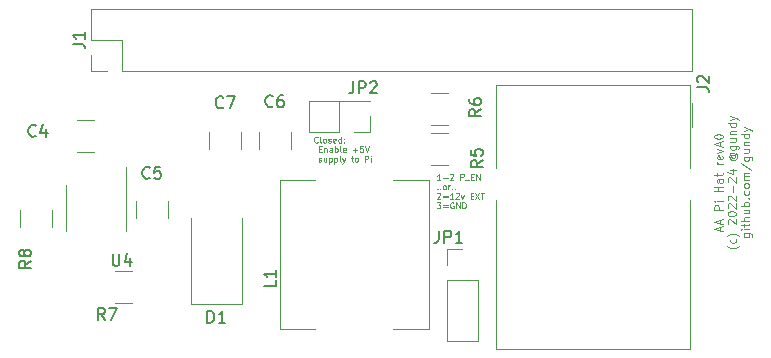
<source format=gbr>
%TF.GenerationSoftware,KiCad,Pcbnew,(6.0.5-0)*%
%TF.CreationDate,2024-08-31T12:48:39+10:00*%
%TF.ProjectId,AAPiHat,41415069-4861-4742-9e6b-696361645f70,rev?*%
%TF.SameCoordinates,Original*%
%TF.FileFunction,Legend,Top*%
%TF.FilePolarity,Positive*%
%FSLAX46Y46*%
G04 Gerber Fmt 4.6, Leading zero omitted, Abs format (unit mm)*
G04 Created by KiCad (PCBNEW (6.0.5-0)) date 2024-08-31 12:48:39*
%MOMM*%
%LPD*%
G01*
G04 APERTURE LIST*
%ADD10C,0.100000*%
%ADD11C,0.150000*%
%ADD12C,0.120000*%
G04 APERTURE END LIST*
D10*
X84138952Y-94141690D02*
X83853238Y-94141690D01*
X83996095Y-94141690D02*
X83996095Y-93641690D01*
X83948476Y-93713119D01*
X83900857Y-93760738D01*
X83853238Y-93784547D01*
X84353238Y-93951214D02*
X84734190Y-93951214D01*
X84948476Y-93689309D02*
X84972285Y-93665500D01*
X85019904Y-93641690D01*
X85138952Y-93641690D01*
X85186571Y-93665500D01*
X85210380Y-93689309D01*
X85234190Y-93736928D01*
X85234190Y-93784547D01*
X85210380Y-93855976D01*
X84924666Y-94141690D01*
X85234190Y-94141690D01*
X85829428Y-94141690D02*
X85829428Y-93641690D01*
X86019904Y-93641690D01*
X86067523Y-93665500D01*
X86091333Y-93689309D01*
X86115142Y-93736928D01*
X86115142Y-93808357D01*
X86091333Y-93855976D01*
X86067523Y-93879785D01*
X86019904Y-93903595D01*
X85829428Y-93903595D01*
X86210380Y-94189309D02*
X86591333Y-94189309D01*
X86710380Y-93879785D02*
X86877047Y-93879785D01*
X86948476Y-94141690D02*
X86710380Y-94141690D01*
X86710380Y-93641690D01*
X86948476Y-93641690D01*
X87162761Y-94141690D02*
X87162761Y-93641690D01*
X87448476Y-94141690D01*
X87448476Y-93641690D01*
X83877047Y-94899071D02*
X83900857Y-94922880D01*
X83877047Y-94946690D01*
X83853238Y-94922880D01*
X83877047Y-94899071D01*
X83877047Y-94946690D01*
X84115142Y-94899071D02*
X84138952Y-94922880D01*
X84115142Y-94946690D01*
X84091333Y-94922880D01*
X84115142Y-94899071D01*
X84115142Y-94946690D01*
X84424666Y-94946690D02*
X84377047Y-94922880D01*
X84353238Y-94899071D01*
X84329428Y-94851452D01*
X84329428Y-94708595D01*
X84353238Y-94660976D01*
X84377047Y-94637166D01*
X84424666Y-94613357D01*
X84496095Y-94613357D01*
X84543714Y-94637166D01*
X84567523Y-94660976D01*
X84591333Y-94708595D01*
X84591333Y-94851452D01*
X84567523Y-94899071D01*
X84543714Y-94922880D01*
X84496095Y-94946690D01*
X84424666Y-94946690D01*
X84805619Y-94946690D02*
X84805619Y-94613357D01*
X84805619Y-94708595D02*
X84829428Y-94660976D01*
X84853238Y-94637166D01*
X84900857Y-94613357D01*
X84948476Y-94613357D01*
X85115142Y-94899071D02*
X85138952Y-94922880D01*
X85115142Y-94946690D01*
X85091333Y-94922880D01*
X85115142Y-94899071D01*
X85115142Y-94946690D01*
X85353238Y-94899071D02*
X85377047Y-94922880D01*
X85353238Y-94946690D01*
X85329428Y-94922880D01*
X85353238Y-94899071D01*
X85353238Y-94946690D01*
X83853238Y-95299309D02*
X83877047Y-95275500D01*
X83924666Y-95251690D01*
X84043714Y-95251690D01*
X84091333Y-95275500D01*
X84115142Y-95299309D01*
X84138952Y-95346928D01*
X84138952Y-95394547D01*
X84115142Y-95465976D01*
X83829428Y-95751690D01*
X84138952Y-95751690D01*
X84353238Y-95489785D02*
X84734190Y-95489785D01*
X84734190Y-95632642D02*
X84353238Y-95632642D01*
X85234190Y-95751690D02*
X84948476Y-95751690D01*
X85091333Y-95751690D02*
X85091333Y-95251690D01*
X85043714Y-95323119D01*
X84996095Y-95370738D01*
X84948476Y-95394547D01*
X85424666Y-95299309D02*
X85448476Y-95275500D01*
X85496095Y-95251690D01*
X85615142Y-95251690D01*
X85662761Y-95275500D01*
X85686571Y-95299309D01*
X85710380Y-95346928D01*
X85710380Y-95394547D01*
X85686571Y-95465976D01*
X85400857Y-95751690D01*
X85710380Y-95751690D01*
X85877047Y-95418357D02*
X85996095Y-95751690D01*
X86115142Y-95418357D01*
X86686571Y-95489785D02*
X86853238Y-95489785D01*
X86924666Y-95751690D02*
X86686571Y-95751690D01*
X86686571Y-95251690D01*
X86924666Y-95251690D01*
X87091333Y-95251690D02*
X87424666Y-95751690D01*
X87424666Y-95251690D02*
X87091333Y-95751690D01*
X87543714Y-95251690D02*
X87829428Y-95251690D01*
X87686571Y-95751690D02*
X87686571Y-95251690D01*
X83829428Y-96056690D02*
X84138952Y-96056690D01*
X83972285Y-96247166D01*
X84043714Y-96247166D01*
X84091333Y-96270976D01*
X84115142Y-96294785D01*
X84138952Y-96342404D01*
X84138952Y-96461452D01*
X84115142Y-96509071D01*
X84091333Y-96532880D01*
X84043714Y-96556690D01*
X83900857Y-96556690D01*
X83853238Y-96532880D01*
X83829428Y-96509071D01*
X84353238Y-96294785D02*
X84734190Y-96294785D01*
X84734190Y-96437642D02*
X84353238Y-96437642D01*
X85234190Y-96080500D02*
X85186571Y-96056690D01*
X85115142Y-96056690D01*
X85043714Y-96080500D01*
X84996095Y-96128119D01*
X84972285Y-96175738D01*
X84948476Y-96270976D01*
X84948476Y-96342404D01*
X84972285Y-96437642D01*
X84996095Y-96485261D01*
X85043714Y-96532880D01*
X85115142Y-96556690D01*
X85162761Y-96556690D01*
X85234190Y-96532880D01*
X85258000Y-96509071D01*
X85258000Y-96342404D01*
X85162761Y-96342404D01*
X85472285Y-96556690D02*
X85472285Y-96056690D01*
X85758000Y-96556690D01*
X85758000Y-96056690D01*
X85996095Y-96556690D02*
X85996095Y-96056690D01*
X86115142Y-96056690D01*
X86186571Y-96080500D01*
X86234190Y-96128119D01*
X86258000Y-96175738D01*
X86281809Y-96270976D01*
X86281809Y-96342404D01*
X86258000Y-96437642D01*
X86234190Y-96485261D01*
X86186571Y-96532880D01*
X86115142Y-96556690D01*
X85996095Y-96556690D01*
X73748761Y-90940571D02*
X73724952Y-90964380D01*
X73653523Y-90988190D01*
X73605904Y-90988190D01*
X73534476Y-90964380D01*
X73486857Y-90916761D01*
X73463047Y-90869142D01*
X73439238Y-90773904D01*
X73439238Y-90702476D01*
X73463047Y-90607238D01*
X73486857Y-90559619D01*
X73534476Y-90512000D01*
X73605904Y-90488190D01*
X73653523Y-90488190D01*
X73724952Y-90512000D01*
X73748761Y-90535809D01*
X74034476Y-90988190D02*
X73986857Y-90964380D01*
X73963047Y-90916761D01*
X73963047Y-90488190D01*
X74296380Y-90988190D02*
X74248761Y-90964380D01*
X74224952Y-90940571D01*
X74201142Y-90892952D01*
X74201142Y-90750095D01*
X74224952Y-90702476D01*
X74248761Y-90678666D01*
X74296380Y-90654857D01*
X74367809Y-90654857D01*
X74415428Y-90678666D01*
X74439238Y-90702476D01*
X74463047Y-90750095D01*
X74463047Y-90892952D01*
X74439238Y-90940571D01*
X74415428Y-90964380D01*
X74367809Y-90988190D01*
X74296380Y-90988190D01*
X74653523Y-90964380D02*
X74701142Y-90988190D01*
X74796380Y-90988190D01*
X74844000Y-90964380D01*
X74867809Y-90916761D01*
X74867809Y-90892952D01*
X74844000Y-90845333D01*
X74796380Y-90821523D01*
X74724952Y-90821523D01*
X74677333Y-90797714D01*
X74653523Y-90750095D01*
X74653523Y-90726285D01*
X74677333Y-90678666D01*
X74724952Y-90654857D01*
X74796380Y-90654857D01*
X74844000Y-90678666D01*
X75272571Y-90964380D02*
X75224952Y-90988190D01*
X75129714Y-90988190D01*
X75082095Y-90964380D01*
X75058285Y-90916761D01*
X75058285Y-90726285D01*
X75082095Y-90678666D01*
X75129714Y-90654857D01*
X75224952Y-90654857D01*
X75272571Y-90678666D01*
X75296380Y-90726285D01*
X75296380Y-90773904D01*
X75058285Y-90821523D01*
X75724952Y-90988190D02*
X75724952Y-90488190D01*
X75724952Y-90964380D02*
X75677333Y-90988190D01*
X75582095Y-90988190D01*
X75534476Y-90964380D01*
X75510666Y-90940571D01*
X75486857Y-90892952D01*
X75486857Y-90750095D01*
X75510666Y-90702476D01*
X75534476Y-90678666D01*
X75582095Y-90654857D01*
X75677333Y-90654857D01*
X75724952Y-90678666D01*
X75963047Y-90940571D02*
X75986857Y-90964380D01*
X75963047Y-90988190D01*
X75939238Y-90964380D01*
X75963047Y-90940571D01*
X75963047Y-90988190D01*
X75963047Y-90678666D02*
X75986857Y-90702476D01*
X75963047Y-90726285D01*
X75939238Y-90702476D01*
X75963047Y-90678666D01*
X75963047Y-90726285D01*
X73844000Y-91531285D02*
X74010666Y-91531285D01*
X74082095Y-91793190D02*
X73844000Y-91793190D01*
X73844000Y-91293190D01*
X74082095Y-91293190D01*
X74296380Y-91459857D02*
X74296380Y-91793190D01*
X74296380Y-91507476D02*
X74320190Y-91483666D01*
X74367809Y-91459857D01*
X74439238Y-91459857D01*
X74486857Y-91483666D01*
X74510666Y-91531285D01*
X74510666Y-91793190D01*
X74963047Y-91793190D02*
X74963047Y-91531285D01*
X74939238Y-91483666D01*
X74891619Y-91459857D01*
X74796380Y-91459857D01*
X74748761Y-91483666D01*
X74963047Y-91769380D02*
X74915428Y-91793190D01*
X74796380Y-91793190D01*
X74748761Y-91769380D01*
X74724952Y-91721761D01*
X74724952Y-91674142D01*
X74748761Y-91626523D01*
X74796380Y-91602714D01*
X74915428Y-91602714D01*
X74963047Y-91578904D01*
X75201142Y-91793190D02*
X75201142Y-91293190D01*
X75201142Y-91483666D02*
X75248761Y-91459857D01*
X75344000Y-91459857D01*
X75391619Y-91483666D01*
X75415428Y-91507476D01*
X75439238Y-91555095D01*
X75439238Y-91697952D01*
X75415428Y-91745571D01*
X75391619Y-91769380D01*
X75344000Y-91793190D01*
X75248761Y-91793190D01*
X75201142Y-91769380D01*
X75724952Y-91793190D02*
X75677333Y-91769380D01*
X75653523Y-91721761D01*
X75653523Y-91293190D01*
X76105904Y-91769380D02*
X76058285Y-91793190D01*
X75963047Y-91793190D01*
X75915428Y-91769380D01*
X75891619Y-91721761D01*
X75891619Y-91531285D01*
X75915428Y-91483666D01*
X75963047Y-91459857D01*
X76058285Y-91459857D01*
X76105904Y-91483666D01*
X76129714Y-91531285D01*
X76129714Y-91578904D01*
X75891619Y-91626523D01*
X76724952Y-91602714D02*
X77105904Y-91602714D01*
X76915428Y-91793190D02*
X76915428Y-91412238D01*
X77582095Y-91293190D02*
X77344000Y-91293190D01*
X77320190Y-91531285D01*
X77344000Y-91507476D01*
X77391619Y-91483666D01*
X77510666Y-91483666D01*
X77558285Y-91507476D01*
X77582095Y-91531285D01*
X77605904Y-91578904D01*
X77605904Y-91697952D01*
X77582095Y-91745571D01*
X77558285Y-91769380D01*
X77510666Y-91793190D01*
X77391619Y-91793190D01*
X77344000Y-91769380D01*
X77320190Y-91745571D01*
X77748761Y-91293190D02*
X77915428Y-91793190D01*
X78082095Y-91293190D01*
X73820190Y-92574380D02*
X73867809Y-92598190D01*
X73963047Y-92598190D01*
X74010666Y-92574380D01*
X74034476Y-92526761D01*
X74034476Y-92502952D01*
X74010666Y-92455333D01*
X73963047Y-92431523D01*
X73891619Y-92431523D01*
X73844000Y-92407714D01*
X73820190Y-92360095D01*
X73820190Y-92336285D01*
X73844000Y-92288666D01*
X73891619Y-92264857D01*
X73963047Y-92264857D01*
X74010666Y-92288666D01*
X74463047Y-92264857D02*
X74463047Y-92598190D01*
X74248761Y-92264857D02*
X74248761Y-92526761D01*
X74272571Y-92574380D01*
X74320190Y-92598190D01*
X74391619Y-92598190D01*
X74439238Y-92574380D01*
X74463047Y-92550571D01*
X74701142Y-92264857D02*
X74701142Y-92764857D01*
X74701142Y-92288666D02*
X74748761Y-92264857D01*
X74844000Y-92264857D01*
X74891619Y-92288666D01*
X74915428Y-92312476D01*
X74939238Y-92360095D01*
X74939238Y-92502952D01*
X74915428Y-92550571D01*
X74891619Y-92574380D01*
X74844000Y-92598190D01*
X74748761Y-92598190D01*
X74701142Y-92574380D01*
X75153523Y-92264857D02*
X75153523Y-92764857D01*
X75153523Y-92288666D02*
X75201142Y-92264857D01*
X75296380Y-92264857D01*
X75344000Y-92288666D01*
X75367809Y-92312476D01*
X75391619Y-92360095D01*
X75391619Y-92502952D01*
X75367809Y-92550571D01*
X75344000Y-92574380D01*
X75296380Y-92598190D01*
X75201142Y-92598190D01*
X75153523Y-92574380D01*
X75677333Y-92598190D02*
X75629714Y-92574380D01*
X75605904Y-92526761D01*
X75605904Y-92098190D01*
X75820190Y-92264857D02*
X75939238Y-92598190D01*
X76058285Y-92264857D02*
X75939238Y-92598190D01*
X75891619Y-92717238D01*
X75867809Y-92741047D01*
X75820190Y-92764857D01*
X76558285Y-92264857D02*
X76748761Y-92264857D01*
X76629714Y-92098190D02*
X76629714Y-92526761D01*
X76653523Y-92574380D01*
X76701142Y-92598190D01*
X76748761Y-92598190D01*
X76986857Y-92598190D02*
X76939238Y-92574380D01*
X76915428Y-92550571D01*
X76891619Y-92502952D01*
X76891619Y-92360095D01*
X76915428Y-92312476D01*
X76939238Y-92288666D01*
X76986857Y-92264857D01*
X77058285Y-92264857D01*
X77105904Y-92288666D01*
X77129714Y-92312476D01*
X77153523Y-92360095D01*
X77153523Y-92502952D01*
X77129714Y-92550571D01*
X77105904Y-92574380D01*
X77058285Y-92598190D01*
X76986857Y-92598190D01*
X77748761Y-92598190D02*
X77748761Y-92098190D01*
X77939238Y-92098190D01*
X77986857Y-92122000D01*
X78010666Y-92145809D01*
X78034476Y-92193428D01*
X78034476Y-92264857D01*
X78010666Y-92312476D01*
X77986857Y-92336285D01*
X77939238Y-92360095D01*
X77748761Y-92360095D01*
X78248761Y-92598190D02*
X78248761Y-92264857D01*
X78248761Y-92098190D02*
X78224952Y-92122000D01*
X78248761Y-92145809D01*
X78272571Y-92122000D01*
X78248761Y-92098190D01*
X78248761Y-92145809D01*
X107828666Y-98444333D02*
X107828666Y-98111000D01*
X108028666Y-98511000D02*
X107328666Y-98277666D01*
X108028666Y-98044333D01*
X107828666Y-97844333D02*
X107828666Y-97511000D01*
X108028666Y-97911000D02*
X107328666Y-97677666D01*
X108028666Y-97444333D01*
X108028666Y-96677666D02*
X107328666Y-96677666D01*
X107328666Y-96411000D01*
X107362000Y-96344333D01*
X107395333Y-96311000D01*
X107462000Y-96277666D01*
X107562000Y-96277666D01*
X107628666Y-96311000D01*
X107662000Y-96344333D01*
X107695333Y-96411000D01*
X107695333Y-96677666D01*
X108028666Y-95977666D02*
X107562000Y-95977666D01*
X107328666Y-95977666D02*
X107362000Y-96011000D01*
X107395333Y-95977666D01*
X107362000Y-95944333D01*
X107328666Y-95977666D01*
X107395333Y-95977666D01*
X108028666Y-95111000D02*
X107328666Y-95111000D01*
X107662000Y-95111000D02*
X107662000Y-94711000D01*
X108028666Y-94711000D02*
X107328666Y-94711000D01*
X108028666Y-94077666D02*
X107662000Y-94077666D01*
X107595333Y-94111000D01*
X107562000Y-94177666D01*
X107562000Y-94311000D01*
X107595333Y-94377666D01*
X107995333Y-94077666D02*
X108028666Y-94144333D01*
X108028666Y-94311000D01*
X107995333Y-94377666D01*
X107928666Y-94411000D01*
X107862000Y-94411000D01*
X107795333Y-94377666D01*
X107762000Y-94311000D01*
X107762000Y-94144333D01*
X107728666Y-94077666D01*
X107562000Y-93844333D02*
X107562000Y-93577666D01*
X107328666Y-93744333D02*
X107928666Y-93744333D01*
X107995333Y-93711000D01*
X108028666Y-93644333D01*
X108028666Y-93577666D01*
X108028666Y-92811000D02*
X107562000Y-92811000D01*
X107695333Y-92811000D02*
X107628666Y-92777666D01*
X107595333Y-92744333D01*
X107562000Y-92677666D01*
X107562000Y-92611000D01*
X107995333Y-92111000D02*
X108028666Y-92177666D01*
X108028666Y-92311000D01*
X107995333Y-92377666D01*
X107928666Y-92411000D01*
X107662000Y-92411000D01*
X107595333Y-92377666D01*
X107562000Y-92311000D01*
X107562000Y-92177666D01*
X107595333Y-92111000D01*
X107662000Y-92077666D01*
X107728666Y-92077666D01*
X107795333Y-92411000D01*
X107562000Y-91844333D02*
X108028666Y-91677666D01*
X107562000Y-91511000D01*
X107828666Y-91277666D02*
X107828666Y-90944333D01*
X108028666Y-91344333D02*
X107328666Y-91111000D01*
X108028666Y-90877666D01*
X107328666Y-90511000D02*
X107328666Y-90444333D01*
X107362000Y-90377666D01*
X107395333Y-90344333D01*
X107462000Y-90311000D01*
X107595333Y-90277666D01*
X107762000Y-90277666D01*
X107895333Y-90311000D01*
X107962000Y-90344333D01*
X107995333Y-90377666D01*
X108028666Y-90444333D01*
X108028666Y-90511000D01*
X107995333Y-90577666D01*
X107962000Y-90611000D01*
X107895333Y-90644333D01*
X107762000Y-90677666D01*
X107595333Y-90677666D01*
X107462000Y-90644333D01*
X107395333Y-90611000D01*
X107362000Y-90577666D01*
X107328666Y-90511000D01*
X109422333Y-99711000D02*
X109389000Y-99744333D01*
X109289000Y-99811000D01*
X109222333Y-99844333D01*
X109122333Y-99877666D01*
X108955666Y-99911000D01*
X108822333Y-99911000D01*
X108655666Y-99877666D01*
X108555666Y-99844333D01*
X108489000Y-99811000D01*
X108389000Y-99744333D01*
X108355666Y-99711000D01*
X109122333Y-99144333D02*
X109155666Y-99211000D01*
X109155666Y-99344333D01*
X109122333Y-99411000D01*
X109089000Y-99444333D01*
X109022333Y-99477666D01*
X108822333Y-99477666D01*
X108755666Y-99444333D01*
X108722333Y-99411000D01*
X108689000Y-99344333D01*
X108689000Y-99211000D01*
X108722333Y-99144333D01*
X109422333Y-98911000D02*
X109389000Y-98877666D01*
X109289000Y-98811000D01*
X109222333Y-98777666D01*
X109122333Y-98744333D01*
X108955666Y-98711000D01*
X108822333Y-98711000D01*
X108655666Y-98744333D01*
X108555666Y-98777666D01*
X108489000Y-98811000D01*
X108389000Y-98877666D01*
X108355666Y-98911000D01*
X108522333Y-97877666D02*
X108489000Y-97844333D01*
X108455666Y-97777666D01*
X108455666Y-97611000D01*
X108489000Y-97544333D01*
X108522333Y-97511000D01*
X108589000Y-97477666D01*
X108655666Y-97477666D01*
X108755666Y-97511000D01*
X109155666Y-97911000D01*
X109155666Y-97477666D01*
X108455666Y-97044333D02*
X108455666Y-96977666D01*
X108489000Y-96911000D01*
X108522333Y-96877666D01*
X108589000Y-96844333D01*
X108722333Y-96811000D01*
X108889000Y-96811000D01*
X109022333Y-96844333D01*
X109089000Y-96877666D01*
X109122333Y-96911000D01*
X109155666Y-96977666D01*
X109155666Y-97044333D01*
X109122333Y-97111000D01*
X109089000Y-97144333D01*
X109022333Y-97177666D01*
X108889000Y-97211000D01*
X108722333Y-97211000D01*
X108589000Y-97177666D01*
X108522333Y-97144333D01*
X108489000Y-97111000D01*
X108455666Y-97044333D01*
X108522333Y-96544333D02*
X108489000Y-96511000D01*
X108455666Y-96444333D01*
X108455666Y-96277666D01*
X108489000Y-96211000D01*
X108522333Y-96177666D01*
X108589000Y-96144333D01*
X108655666Y-96144333D01*
X108755666Y-96177666D01*
X109155666Y-96577666D01*
X109155666Y-96144333D01*
X108522333Y-95877666D02*
X108489000Y-95844333D01*
X108455666Y-95777666D01*
X108455666Y-95611000D01*
X108489000Y-95544333D01*
X108522333Y-95511000D01*
X108589000Y-95477666D01*
X108655666Y-95477666D01*
X108755666Y-95511000D01*
X109155666Y-95911000D01*
X109155666Y-95477666D01*
X108889000Y-95177666D02*
X108889000Y-94644333D01*
X108522333Y-94344333D02*
X108489000Y-94311000D01*
X108455666Y-94244333D01*
X108455666Y-94077666D01*
X108489000Y-94011000D01*
X108522333Y-93977666D01*
X108589000Y-93944333D01*
X108655666Y-93944333D01*
X108755666Y-93977666D01*
X109155666Y-94377666D01*
X109155666Y-93944333D01*
X108689000Y-93344333D02*
X109155666Y-93344333D01*
X108422333Y-93511000D02*
X108922333Y-93677666D01*
X108922333Y-93244333D01*
X108822333Y-92011000D02*
X108789000Y-92044333D01*
X108755666Y-92111000D01*
X108755666Y-92177666D01*
X108789000Y-92244333D01*
X108822333Y-92277666D01*
X108889000Y-92311000D01*
X108955666Y-92311000D01*
X109022333Y-92277666D01*
X109055666Y-92244333D01*
X109089000Y-92177666D01*
X109089000Y-92111000D01*
X109055666Y-92044333D01*
X109022333Y-92011000D01*
X108755666Y-92011000D02*
X109022333Y-92011000D01*
X109055666Y-91977666D01*
X109055666Y-91944333D01*
X109022333Y-91877666D01*
X108955666Y-91844333D01*
X108789000Y-91844333D01*
X108689000Y-91911000D01*
X108622333Y-92011000D01*
X108589000Y-92144333D01*
X108622333Y-92277666D01*
X108689000Y-92377666D01*
X108789000Y-92444333D01*
X108922333Y-92477666D01*
X109055666Y-92444333D01*
X109155666Y-92377666D01*
X109222333Y-92277666D01*
X109255666Y-92144333D01*
X109222333Y-92011000D01*
X109155666Y-91911000D01*
X108689000Y-91244333D02*
X109255666Y-91244333D01*
X109322333Y-91277666D01*
X109355666Y-91311000D01*
X109389000Y-91377666D01*
X109389000Y-91477666D01*
X109355666Y-91544333D01*
X109122333Y-91244333D02*
X109155666Y-91311000D01*
X109155666Y-91444333D01*
X109122333Y-91511000D01*
X109089000Y-91544333D01*
X109022333Y-91577666D01*
X108822333Y-91577666D01*
X108755666Y-91544333D01*
X108722333Y-91511000D01*
X108689000Y-91444333D01*
X108689000Y-91311000D01*
X108722333Y-91244333D01*
X108689000Y-90611000D02*
X109155666Y-90611000D01*
X108689000Y-90911000D02*
X109055666Y-90911000D01*
X109122333Y-90877666D01*
X109155666Y-90811000D01*
X109155666Y-90711000D01*
X109122333Y-90644333D01*
X109089000Y-90611000D01*
X108689000Y-90277666D02*
X109155666Y-90277666D01*
X108755666Y-90277666D02*
X108722333Y-90244333D01*
X108689000Y-90177666D01*
X108689000Y-90077666D01*
X108722333Y-90011000D01*
X108789000Y-89977666D01*
X109155666Y-89977666D01*
X109155666Y-89344333D02*
X108455666Y-89344333D01*
X109122333Y-89344333D02*
X109155666Y-89411000D01*
X109155666Y-89544333D01*
X109122333Y-89611000D01*
X109089000Y-89644333D01*
X109022333Y-89677666D01*
X108822333Y-89677666D01*
X108755666Y-89644333D01*
X108722333Y-89611000D01*
X108689000Y-89544333D01*
X108689000Y-89411000D01*
X108722333Y-89344333D01*
X108689000Y-89077666D02*
X109155666Y-88911000D01*
X108689000Y-88744333D02*
X109155666Y-88911000D01*
X109322333Y-88977666D01*
X109355666Y-89011000D01*
X109389000Y-89077666D01*
X109816000Y-98677666D02*
X110382666Y-98677666D01*
X110449333Y-98711000D01*
X110482666Y-98744333D01*
X110516000Y-98811000D01*
X110516000Y-98911000D01*
X110482666Y-98977666D01*
X110249333Y-98677666D02*
X110282666Y-98744333D01*
X110282666Y-98877666D01*
X110249333Y-98944333D01*
X110216000Y-98977666D01*
X110149333Y-99011000D01*
X109949333Y-99011000D01*
X109882666Y-98977666D01*
X109849333Y-98944333D01*
X109816000Y-98877666D01*
X109816000Y-98744333D01*
X109849333Y-98677666D01*
X110282666Y-98344333D02*
X109816000Y-98344333D01*
X109582666Y-98344333D02*
X109616000Y-98377666D01*
X109649333Y-98344333D01*
X109616000Y-98311000D01*
X109582666Y-98344333D01*
X109649333Y-98344333D01*
X109816000Y-98111000D02*
X109816000Y-97844333D01*
X109582666Y-98011000D02*
X110182666Y-98011000D01*
X110249333Y-97977666D01*
X110282666Y-97911000D01*
X110282666Y-97844333D01*
X110282666Y-97611000D02*
X109582666Y-97611000D01*
X110282666Y-97311000D02*
X109916000Y-97311000D01*
X109849333Y-97344333D01*
X109816000Y-97411000D01*
X109816000Y-97511000D01*
X109849333Y-97577666D01*
X109882666Y-97611000D01*
X109816000Y-96677666D02*
X110282666Y-96677666D01*
X109816000Y-96977666D02*
X110182666Y-96977666D01*
X110249333Y-96944333D01*
X110282666Y-96877666D01*
X110282666Y-96777666D01*
X110249333Y-96711000D01*
X110216000Y-96677666D01*
X110282666Y-96344333D02*
X109582666Y-96344333D01*
X109849333Y-96344333D02*
X109816000Y-96277666D01*
X109816000Y-96144333D01*
X109849333Y-96077666D01*
X109882666Y-96044333D01*
X109949333Y-96011000D01*
X110149333Y-96011000D01*
X110216000Y-96044333D01*
X110249333Y-96077666D01*
X110282666Y-96144333D01*
X110282666Y-96277666D01*
X110249333Y-96344333D01*
X110216000Y-95711000D02*
X110249333Y-95677666D01*
X110282666Y-95711000D01*
X110249333Y-95744333D01*
X110216000Y-95711000D01*
X110282666Y-95711000D01*
X110249333Y-95077666D02*
X110282666Y-95144333D01*
X110282666Y-95277666D01*
X110249333Y-95344333D01*
X110216000Y-95377666D01*
X110149333Y-95411000D01*
X109949333Y-95411000D01*
X109882666Y-95377666D01*
X109849333Y-95344333D01*
X109816000Y-95277666D01*
X109816000Y-95144333D01*
X109849333Y-95077666D01*
X110282666Y-94677666D02*
X110249333Y-94744333D01*
X110216000Y-94777666D01*
X110149333Y-94811000D01*
X109949333Y-94811000D01*
X109882666Y-94777666D01*
X109849333Y-94744333D01*
X109816000Y-94677666D01*
X109816000Y-94577666D01*
X109849333Y-94511000D01*
X109882666Y-94477666D01*
X109949333Y-94444333D01*
X110149333Y-94444333D01*
X110216000Y-94477666D01*
X110249333Y-94511000D01*
X110282666Y-94577666D01*
X110282666Y-94677666D01*
X110282666Y-94144333D02*
X109816000Y-94144333D01*
X109882666Y-94144333D02*
X109849333Y-94111000D01*
X109816000Y-94044333D01*
X109816000Y-93944333D01*
X109849333Y-93877666D01*
X109916000Y-93844333D01*
X110282666Y-93844333D01*
X109916000Y-93844333D02*
X109849333Y-93811000D01*
X109816000Y-93744333D01*
X109816000Y-93644333D01*
X109849333Y-93577666D01*
X109916000Y-93544333D01*
X110282666Y-93544333D01*
X109549333Y-92711000D02*
X110449333Y-93311000D01*
X109816000Y-92177666D02*
X110382666Y-92177666D01*
X110449333Y-92211000D01*
X110482666Y-92244333D01*
X110516000Y-92311000D01*
X110516000Y-92411000D01*
X110482666Y-92477666D01*
X110249333Y-92177666D02*
X110282666Y-92244333D01*
X110282666Y-92377666D01*
X110249333Y-92444333D01*
X110216000Y-92477666D01*
X110149333Y-92511000D01*
X109949333Y-92511000D01*
X109882666Y-92477666D01*
X109849333Y-92444333D01*
X109816000Y-92377666D01*
X109816000Y-92244333D01*
X109849333Y-92177666D01*
X109816000Y-91544333D02*
X110282666Y-91544333D01*
X109816000Y-91844333D02*
X110182666Y-91844333D01*
X110249333Y-91811000D01*
X110282666Y-91744333D01*
X110282666Y-91644333D01*
X110249333Y-91577666D01*
X110216000Y-91544333D01*
X109816000Y-91211000D02*
X110282666Y-91211000D01*
X109882666Y-91211000D02*
X109849333Y-91177666D01*
X109816000Y-91111000D01*
X109816000Y-91011000D01*
X109849333Y-90944333D01*
X109916000Y-90911000D01*
X110282666Y-90911000D01*
X110282666Y-90277666D02*
X109582666Y-90277666D01*
X110249333Y-90277666D02*
X110282666Y-90344333D01*
X110282666Y-90477666D01*
X110249333Y-90544333D01*
X110216000Y-90577666D01*
X110149333Y-90611000D01*
X109949333Y-90611000D01*
X109882666Y-90577666D01*
X109849333Y-90544333D01*
X109816000Y-90477666D01*
X109816000Y-90344333D01*
X109849333Y-90277666D01*
X109816000Y-90011000D02*
X110282666Y-89844333D01*
X109816000Y-89677666D02*
X110282666Y-89844333D01*
X110449333Y-89911000D01*
X110482666Y-89944333D01*
X110516000Y-90011000D01*
D11*
%TO.C,JP1*%
X84002666Y-98468380D02*
X84002666Y-99182666D01*
X83955047Y-99325523D01*
X83859809Y-99420761D01*
X83716952Y-99468380D01*
X83621714Y-99468380D01*
X84478857Y-99468380D02*
X84478857Y-98468380D01*
X84859809Y-98468380D01*
X84955047Y-98516000D01*
X85002666Y-98563619D01*
X85050285Y-98658857D01*
X85050285Y-98801714D01*
X85002666Y-98896952D01*
X84955047Y-98944571D01*
X84859809Y-98992190D01*
X84478857Y-98992190D01*
X86002666Y-99468380D02*
X85431238Y-99468380D01*
X85716952Y-99468380D02*
X85716952Y-98468380D01*
X85621714Y-98611238D01*
X85526476Y-98706476D01*
X85431238Y-98754095D01*
%TO.C,D1*%
X64412904Y-106243380D02*
X64412904Y-105243380D01*
X64651000Y-105243380D01*
X64793857Y-105291000D01*
X64889095Y-105386238D01*
X64936714Y-105481476D01*
X64984333Y-105671952D01*
X64984333Y-105814809D01*
X64936714Y-106005285D01*
X64889095Y-106100523D01*
X64793857Y-106195761D01*
X64651000Y-106243380D01*
X64412904Y-106243380D01*
X65936714Y-106243380D02*
X65365285Y-106243380D01*
X65651000Y-106243380D02*
X65651000Y-105243380D01*
X65555761Y-105386238D01*
X65460523Y-105481476D01*
X65365285Y-105529095D01*
%TO.C,C5*%
X59523333Y-93956142D02*
X59475714Y-94003761D01*
X59332857Y-94051380D01*
X59237619Y-94051380D01*
X59094761Y-94003761D01*
X58999523Y-93908523D01*
X58951904Y-93813285D01*
X58904285Y-93622809D01*
X58904285Y-93479952D01*
X58951904Y-93289476D01*
X58999523Y-93194238D01*
X59094761Y-93099000D01*
X59237619Y-93051380D01*
X59332857Y-93051380D01*
X59475714Y-93099000D01*
X59523333Y-93146619D01*
X60428095Y-93051380D02*
X59951904Y-93051380D01*
X59904285Y-93527571D01*
X59951904Y-93479952D01*
X60047142Y-93432333D01*
X60285238Y-93432333D01*
X60380476Y-93479952D01*
X60428095Y-93527571D01*
X60475714Y-93622809D01*
X60475714Y-93860904D01*
X60428095Y-93956142D01*
X60380476Y-94003761D01*
X60285238Y-94051380D01*
X60047142Y-94051380D01*
X59951904Y-94003761D01*
X59904285Y-93956142D01*
%TO.C,C4*%
X49871333Y-90400142D02*
X49823714Y-90447761D01*
X49680857Y-90495380D01*
X49585619Y-90495380D01*
X49442761Y-90447761D01*
X49347523Y-90352523D01*
X49299904Y-90257285D01*
X49252285Y-90066809D01*
X49252285Y-89923952D01*
X49299904Y-89733476D01*
X49347523Y-89638238D01*
X49442761Y-89543000D01*
X49585619Y-89495380D01*
X49680857Y-89495380D01*
X49823714Y-89543000D01*
X49871333Y-89590619D01*
X50728476Y-89828714D02*
X50728476Y-90495380D01*
X50490380Y-89447761D02*
X50252285Y-90162047D01*
X50871333Y-90162047D01*
%TO.C,C7*%
X65746333Y-87987142D02*
X65698714Y-88034761D01*
X65555857Y-88082380D01*
X65460619Y-88082380D01*
X65317761Y-88034761D01*
X65222523Y-87939523D01*
X65174904Y-87844285D01*
X65127285Y-87653809D01*
X65127285Y-87510952D01*
X65174904Y-87320476D01*
X65222523Y-87225238D01*
X65317761Y-87130000D01*
X65460619Y-87082380D01*
X65555857Y-87082380D01*
X65698714Y-87130000D01*
X65746333Y-87177619D01*
X66079666Y-87082380D02*
X66746333Y-87082380D01*
X66317761Y-88082380D01*
%TO.C,R6*%
X87574380Y-88177666D02*
X87098190Y-88511000D01*
X87574380Y-88749095D02*
X86574380Y-88749095D01*
X86574380Y-88368142D01*
X86622000Y-88272904D01*
X86669619Y-88225285D01*
X86764857Y-88177666D01*
X86907714Y-88177666D01*
X87002952Y-88225285D01*
X87050571Y-88272904D01*
X87098190Y-88368142D01*
X87098190Y-88749095D01*
X86574380Y-87320523D02*
X86574380Y-87511000D01*
X86622000Y-87606238D01*
X86669619Y-87653857D01*
X86812476Y-87749095D01*
X87002952Y-87796714D01*
X87383904Y-87796714D01*
X87479142Y-87749095D01*
X87526761Y-87701476D01*
X87574380Y-87606238D01*
X87574380Y-87415761D01*
X87526761Y-87320523D01*
X87479142Y-87272904D01*
X87383904Y-87225285D01*
X87145809Y-87225285D01*
X87050571Y-87272904D01*
X87002952Y-87320523D01*
X86955333Y-87415761D01*
X86955333Y-87606238D01*
X87002952Y-87701476D01*
X87050571Y-87749095D01*
X87145809Y-87796714D01*
%TO.C,L1*%
X70175380Y-102655666D02*
X70175380Y-103131857D01*
X69175380Y-103131857D01*
X70175380Y-101798523D02*
X70175380Y-102369952D01*
X70175380Y-102084238D02*
X69175380Y-102084238D01*
X69318238Y-102179476D01*
X69413476Y-102274714D01*
X69461095Y-102369952D01*
%TO.C,JP2*%
X76763666Y-85812380D02*
X76763666Y-86526666D01*
X76716047Y-86669523D01*
X76620809Y-86764761D01*
X76477952Y-86812380D01*
X76382714Y-86812380D01*
X77239857Y-86812380D02*
X77239857Y-85812380D01*
X77620809Y-85812380D01*
X77716047Y-85860000D01*
X77763666Y-85907619D01*
X77811285Y-86002857D01*
X77811285Y-86145714D01*
X77763666Y-86240952D01*
X77716047Y-86288571D01*
X77620809Y-86336190D01*
X77239857Y-86336190D01*
X78192238Y-85907619D02*
X78239857Y-85860000D01*
X78335095Y-85812380D01*
X78573190Y-85812380D01*
X78668428Y-85860000D01*
X78716047Y-85907619D01*
X78763666Y-86002857D01*
X78763666Y-86098095D01*
X78716047Y-86240952D01*
X78144619Y-86812380D01*
X78763666Y-86812380D01*
%TO.C,R7*%
X55713333Y-105989380D02*
X55380000Y-105513190D01*
X55141904Y-105989380D02*
X55141904Y-104989380D01*
X55522857Y-104989380D01*
X55618095Y-105037000D01*
X55665714Y-105084619D01*
X55713333Y-105179857D01*
X55713333Y-105322714D01*
X55665714Y-105417952D01*
X55618095Y-105465571D01*
X55522857Y-105513190D01*
X55141904Y-105513190D01*
X56046666Y-104989380D02*
X56713333Y-104989380D01*
X56284761Y-105989380D01*
%TO.C,R8*%
X49474380Y-101004666D02*
X48998190Y-101338000D01*
X49474380Y-101576095D02*
X48474380Y-101576095D01*
X48474380Y-101195142D01*
X48522000Y-101099904D01*
X48569619Y-101052285D01*
X48664857Y-101004666D01*
X48807714Y-101004666D01*
X48902952Y-101052285D01*
X48950571Y-101099904D01*
X48998190Y-101195142D01*
X48998190Y-101576095D01*
X48902952Y-100433238D02*
X48855333Y-100528476D01*
X48807714Y-100576095D01*
X48712476Y-100623714D01*
X48664857Y-100623714D01*
X48569619Y-100576095D01*
X48522000Y-100528476D01*
X48474380Y-100433238D01*
X48474380Y-100242761D01*
X48522000Y-100147523D01*
X48569619Y-100099904D01*
X48664857Y-100052285D01*
X48712476Y-100052285D01*
X48807714Y-100099904D01*
X48855333Y-100147523D01*
X48902952Y-100242761D01*
X48902952Y-100433238D01*
X48950571Y-100528476D01*
X48998190Y-100576095D01*
X49093428Y-100623714D01*
X49283904Y-100623714D01*
X49379142Y-100576095D01*
X49426761Y-100528476D01*
X49474380Y-100433238D01*
X49474380Y-100242761D01*
X49426761Y-100147523D01*
X49379142Y-100099904D01*
X49283904Y-100052285D01*
X49093428Y-100052285D01*
X48998190Y-100099904D01*
X48950571Y-100147523D01*
X48902952Y-100242761D01*
%TO.C,R5*%
X87701380Y-92495666D02*
X87225190Y-92829000D01*
X87701380Y-93067095D02*
X86701380Y-93067095D01*
X86701380Y-92686142D01*
X86749000Y-92590904D01*
X86796619Y-92543285D01*
X86891857Y-92495666D01*
X87034714Y-92495666D01*
X87129952Y-92543285D01*
X87177571Y-92590904D01*
X87225190Y-92686142D01*
X87225190Y-93067095D01*
X86701380Y-91590904D02*
X86701380Y-92067095D01*
X87177571Y-92114714D01*
X87129952Y-92067095D01*
X87082333Y-91971857D01*
X87082333Y-91733761D01*
X87129952Y-91638523D01*
X87177571Y-91590904D01*
X87272809Y-91543285D01*
X87510904Y-91543285D01*
X87606142Y-91590904D01*
X87653761Y-91638523D01*
X87701380Y-91733761D01*
X87701380Y-91971857D01*
X87653761Y-92067095D01*
X87606142Y-92114714D01*
%TO.C,J2*%
X105878380Y-86312333D02*
X106592666Y-86312333D01*
X106735523Y-86359952D01*
X106830761Y-86455190D01*
X106878380Y-86598047D01*
X106878380Y-86693285D01*
X105973619Y-85883761D02*
X105926000Y-85836142D01*
X105878380Y-85740904D01*
X105878380Y-85502809D01*
X105926000Y-85407571D01*
X105973619Y-85359952D01*
X106068857Y-85312333D01*
X106164095Y-85312333D01*
X106306952Y-85359952D01*
X106878380Y-85931380D01*
X106878380Y-85312333D01*
%TO.C,C6*%
X69937333Y-87898642D02*
X69889714Y-87946261D01*
X69746857Y-87993880D01*
X69651619Y-87993880D01*
X69508761Y-87946261D01*
X69413523Y-87851023D01*
X69365904Y-87755785D01*
X69318285Y-87565309D01*
X69318285Y-87422452D01*
X69365904Y-87231976D01*
X69413523Y-87136738D01*
X69508761Y-87041500D01*
X69651619Y-86993880D01*
X69746857Y-86993880D01*
X69889714Y-87041500D01*
X69937333Y-87089119D01*
X70794476Y-86993880D02*
X70604000Y-86993880D01*
X70508761Y-87041500D01*
X70461142Y-87089119D01*
X70365904Y-87231976D01*
X70318285Y-87422452D01*
X70318285Y-87803404D01*
X70365904Y-87898642D01*
X70413523Y-87946261D01*
X70508761Y-87993880D01*
X70699238Y-87993880D01*
X70794476Y-87946261D01*
X70842095Y-87898642D01*
X70889714Y-87803404D01*
X70889714Y-87565309D01*
X70842095Y-87470071D01*
X70794476Y-87422452D01*
X70699238Y-87374833D01*
X70508761Y-87374833D01*
X70413523Y-87422452D01*
X70365904Y-87470071D01*
X70318285Y-87565309D01*
%TO.C,U4*%
X56388095Y-100417380D02*
X56388095Y-101226904D01*
X56435714Y-101322142D01*
X56483333Y-101369761D01*
X56578571Y-101417380D01*
X56769047Y-101417380D01*
X56864285Y-101369761D01*
X56911904Y-101322142D01*
X56959523Y-101226904D01*
X56959523Y-100417380D01*
X57864285Y-100750714D02*
X57864285Y-101417380D01*
X57626190Y-100369761D02*
X57388095Y-101084047D01*
X58007142Y-101084047D01*
%TO.C,J1*%
X53007380Y-82634333D02*
X53721666Y-82634333D01*
X53864523Y-82681952D01*
X53959761Y-82777190D01*
X54007380Y-82920047D01*
X54007380Y-83015285D01*
X54007380Y-81634333D02*
X54007380Y-82205761D01*
X54007380Y-81920047D02*
X53007380Y-81920047D01*
X53150238Y-82015285D01*
X53245476Y-82110523D01*
X53293095Y-82205761D01*
D12*
%TO.C,JP1*%
X87309000Y-102616000D02*
X87309000Y-107756000D01*
X84649000Y-100016000D02*
X85979000Y-100016000D01*
X84649000Y-101346000D02*
X84649000Y-100016000D01*
X84649000Y-107756000D02*
X87309000Y-107756000D01*
X84649000Y-102616000D02*
X87309000Y-102616000D01*
X84649000Y-102616000D02*
X84649000Y-107756000D01*
%TO.C,D1*%
X63001000Y-104676000D02*
X67301000Y-104676000D01*
X67301000Y-104676000D02*
X67301000Y-97376000D01*
X63001000Y-104676000D02*
X63001000Y-97376000D01*
%TO.C,C5*%
X61050000Y-97396752D02*
X61050000Y-95974248D01*
X58330000Y-97396752D02*
X58330000Y-95974248D01*
%TO.C,C4*%
X54813252Y-89064000D02*
X53390748Y-89064000D01*
X54813252Y-91784000D02*
X53390748Y-91784000D01*
%TO.C,C7*%
X67273000Y-91516252D02*
X67273000Y-90093748D01*
X64553000Y-91516252D02*
X64553000Y-90093748D01*
%TO.C,R6*%
X83350263Y-86783000D02*
X84797737Y-86783000D01*
X83350263Y-89493000D02*
X84797737Y-89493000D01*
%TO.C,L1*%
X70535000Y-94157000D02*
X73535000Y-94157000D01*
X73535000Y-106757000D02*
X70535000Y-106757000D01*
X80135000Y-94157000D02*
X83135000Y-94157000D01*
X70535000Y-106757000D02*
X70535000Y-94157000D01*
X83135000Y-106757000D02*
X80135000Y-106757000D01*
X83135000Y-94157000D02*
X83135000Y-106757000D01*
%TO.C,JP2*%
X75570000Y-87503000D02*
X75570000Y-90103000D01*
X78170000Y-87443000D02*
X72970000Y-87443000D01*
X78170000Y-87503000D02*
X78170000Y-87443000D01*
X78170000Y-88773000D02*
X78170000Y-90103000D01*
X75570000Y-90103000D02*
X72970000Y-90103000D01*
X78170000Y-87503000D02*
X75570000Y-87503000D01*
X72970000Y-90103000D02*
X72970000Y-87443000D01*
X78170000Y-90103000D02*
X76840000Y-90103000D01*
%TO.C,R7*%
X58000737Y-104606000D02*
X56553263Y-104606000D01*
X58000737Y-101896000D02*
X56553263Y-101896000D01*
%TO.C,R8*%
X48556000Y-98132737D02*
X48556000Y-96685263D01*
X51266000Y-98132737D02*
X51266000Y-96685263D01*
%TO.C,R5*%
X84797737Y-90212000D02*
X83350263Y-90212000D01*
X84797737Y-92922000D02*
X83350263Y-92922000D01*
%TO.C,J2*%
X105238000Y-86107500D02*
X88818000Y-86107500D01*
X105238000Y-108447500D02*
X105238000Y-95857500D01*
X88818000Y-108447500D02*
X105238000Y-108447500D01*
X105473000Y-87647500D02*
X105473000Y-89647500D01*
X105238000Y-93117500D02*
X105238000Y-86107500D01*
X88818000Y-86107500D02*
X88818000Y-93117500D01*
X88818000Y-95857500D02*
X88818000Y-108447500D01*
%TO.C,C6*%
X68744000Y-91516252D02*
X68744000Y-90093748D01*
X71464000Y-91516252D02*
X71464000Y-90093748D01*
%TO.C,U4*%
X52431000Y-96520000D02*
X52431000Y-98470000D01*
X57551000Y-96520000D02*
X57551000Y-98470000D01*
X57551000Y-96520000D02*
X57551000Y-93070000D01*
X52431000Y-96520000D02*
X52431000Y-94570000D01*
%TO.C,J1*%
X105475000Y-84901000D02*
X105475000Y-79701000D01*
X57155000Y-82301000D02*
X54555000Y-82301000D01*
X54555000Y-82301000D02*
X54555000Y-79701000D01*
X54555000Y-84901000D02*
X54555000Y-83571000D01*
X57155000Y-84901000D02*
X57155000Y-82301000D01*
X55885000Y-84901000D02*
X54555000Y-84901000D01*
X54555000Y-79701000D02*
X105475000Y-79701000D01*
X57155000Y-84901000D02*
X105475000Y-84901000D01*
%TD*%
M02*

</source>
